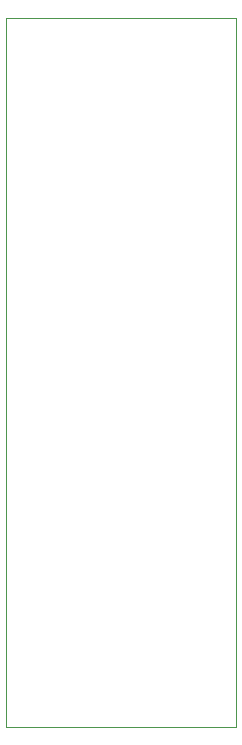
<source format=gbr>
%TF.GenerationSoftware,KiCad,Pcbnew,8.0.1*%
%TF.CreationDate,2024-04-20T15:27:58+02:00*%
%TF.ProjectId,systek_jumpsensor,73797374-656b-45f6-9a75-6d7073656e73,rev?*%
%TF.SameCoordinates,Original*%
%TF.FileFunction,Profile,NP*%
%FSLAX46Y46*%
G04 Gerber Fmt 4.6, Leading zero omitted, Abs format (unit mm)*
G04 Created by KiCad (PCBNEW 8.0.1) date 2024-04-20 15:27:58*
%MOMM*%
%LPD*%
G01*
G04 APERTURE LIST*
%TA.AperFunction,Profile*%
%ADD10C,0.050000*%
%TD*%
G04 APERTURE END LIST*
D10*
X136500000Y-75000000D02*
X156000000Y-75000000D01*
X156000000Y-135000000D01*
X136500000Y-135000000D01*
X136500000Y-75000000D01*
M02*

</source>
